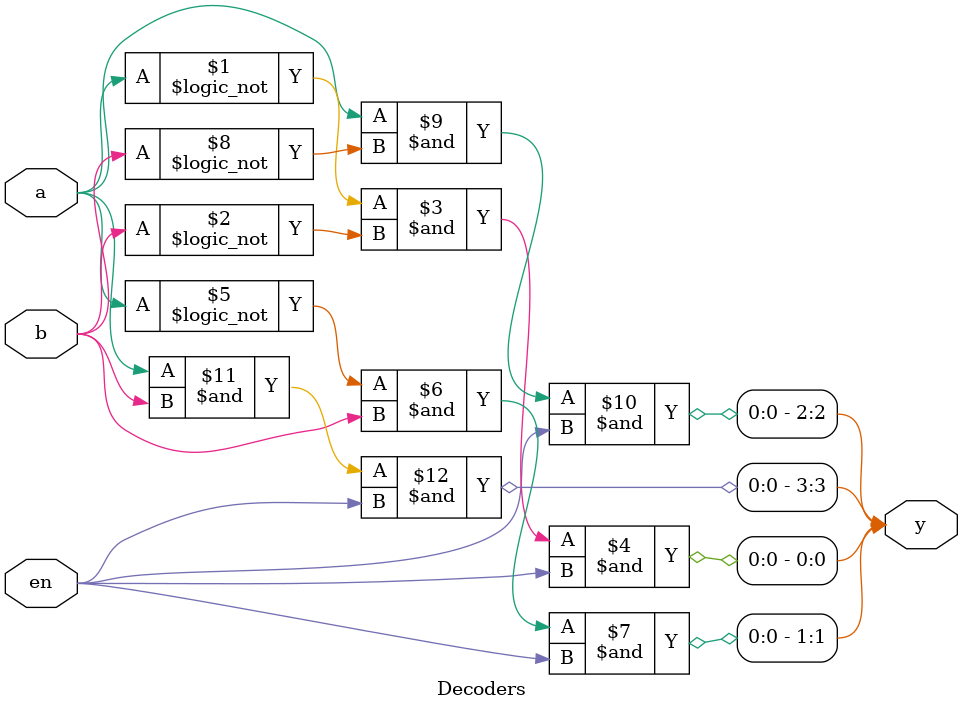
<source format=v>
`timescale 1ns / 1ps

module Decoders(a,b,en,y);
input a,b,en;
output[3:0] y;
assign y[0]=!a & !b & en;
assign y[1]=!a & b & en;
assign y[2]=a & !b & en;
assign y[3]=a & b & en;
endmodule

</source>
